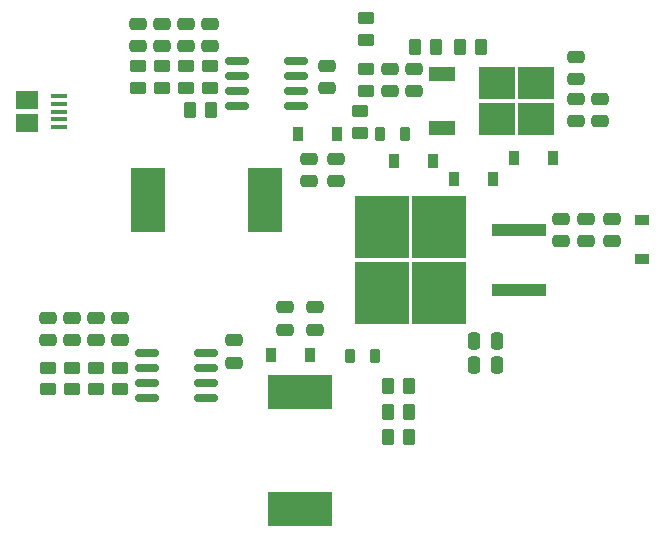
<source format=gbr>
%TF.GenerationSoftware,KiCad,Pcbnew,(6.0.2)*%
%TF.CreationDate,2022-12-20T22:03:32-08:00*%
%TF.ProjectId,split_supply_generator,73706c69-745f-4737-9570-706c795f6765,rev?*%
%TF.SameCoordinates,Original*%
%TF.FileFunction,Paste,Top*%
%TF.FilePolarity,Positive*%
%FSLAX46Y46*%
G04 Gerber Fmt 4.6, Leading zero omitted, Abs format (unit mm)*
G04 Created by KiCad (PCBNEW (6.0.2)) date 2022-12-20 22:03:32*
%MOMM*%
%LPD*%
G01*
G04 APERTURE LIST*
G04 Aperture macros list*
%AMRoundRect*
0 Rectangle with rounded corners*
0 $1 Rounding radius*
0 $2 $3 $4 $5 $6 $7 $8 $9 X,Y pos of 4 corners*
0 Add a 4 corners polygon primitive as box body*
4,1,4,$2,$3,$4,$5,$6,$7,$8,$9,$2,$3,0*
0 Add four circle primitives for the rounded corners*
1,1,$1+$1,$2,$3*
1,1,$1+$1,$4,$5*
1,1,$1+$1,$6,$7*
1,1,$1+$1,$8,$9*
0 Add four rect primitives between the rounded corners*
20,1,$1+$1,$2,$3,$4,$5,0*
20,1,$1+$1,$4,$5,$6,$7,0*
20,1,$1+$1,$6,$7,$8,$9,0*
20,1,$1+$1,$8,$9,$2,$3,0*%
G04 Aperture macros list end*
%ADD10RoundRect,0.250000X-0.475000X0.250000X-0.475000X-0.250000X0.475000X-0.250000X0.475000X0.250000X0*%
%ADD11RoundRect,0.250000X0.475000X-0.250000X0.475000X0.250000X-0.475000X0.250000X-0.475000X-0.250000X0*%
%ADD12R,0.900000X1.200000*%
%ADD13RoundRect,0.250000X-0.450000X0.262500X-0.450000X-0.262500X0.450000X-0.262500X0.450000X0.262500X0*%
%ADD14R,5.400000X2.900000*%
%ADD15RoundRect,0.218750X-0.218750X-0.381250X0.218750X-0.381250X0.218750X0.381250X-0.218750X0.381250X0*%
%ADD16RoundRect,0.250000X-0.262500X-0.450000X0.262500X-0.450000X0.262500X0.450000X-0.262500X0.450000X0*%
%ADD17RoundRect,0.150000X0.825000X0.150000X-0.825000X0.150000X-0.825000X-0.150000X0.825000X-0.150000X0*%
%ADD18RoundRect,0.250000X0.250000X0.475000X-0.250000X0.475000X-0.250000X-0.475000X0.250000X-0.475000X0*%
%ADD19RoundRect,0.250000X0.262500X0.450000X-0.262500X0.450000X-0.262500X-0.450000X0.262500X-0.450000X0*%
%ADD20R,1.200000X0.900000*%
%ADD21R,1.350000X0.400000*%
%ADD22R,1.900000X1.500000*%
%ADD23R,2.900000X5.400000*%
%ADD24RoundRect,0.250000X-0.250000X-0.475000X0.250000X-0.475000X0.250000X0.475000X-0.250000X0.475000X0*%
%ADD25R,3.050000X2.750000*%
%ADD26R,2.200000X1.200000*%
%ADD27R,4.550000X5.250000*%
%ADD28R,4.600000X1.100000*%
G04 APERTURE END LIST*
D10*
%TO.C,C22*%
X113538000Y-86043500D03*
X113538000Y-87943500D03*
%TD*%
D11*
%TO.C,C8*%
X122428000Y-67752000D03*
X122428000Y-65852000D03*
%TD*%
D12*
%TO.C,D2*%
X117982000Y-71374000D03*
X114682000Y-71374000D03*
%TD*%
D13*
%TO.C,R9*%
X120396000Y-67714500D03*
X120396000Y-65889500D03*
%TD*%
D12*
%TO.C,D3*%
X126110000Y-73660000D03*
X122810000Y-73660000D03*
%TD*%
%TO.C,D5*%
X112396000Y-90041500D03*
X115696000Y-90041500D03*
%TD*%
D10*
%TO.C,C2*%
X105156000Y-62042000D03*
X105156000Y-63942000D03*
%TD*%
%TO.C,C20*%
X95504000Y-86934000D03*
X95504000Y-88834000D03*
%TD*%
%TO.C,C18*%
X99568000Y-86934000D03*
X99568000Y-88834000D03*
%TD*%
D13*
%TO.C,R12*%
X97536000Y-91161000D03*
X97536000Y-92986000D03*
%TD*%
%TO.C,R2*%
X105156000Y-65635500D03*
X105156000Y-67460500D03*
%TD*%
D14*
%TO.C,L2*%
X114808000Y-93218000D03*
X114808000Y-103118000D03*
%TD*%
D11*
%TO.C,C9*%
X140208000Y-70292000D03*
X140208000Y-68392000D03*
%TD*%
D13*
%TO.C,R13*%
X95504000Y-91161000D03*
X95504000Y-92986000D03*
%TD*%
%TO.C,R6*%
X119888000Y-69445500D03*
X119888000Y-71270500D03*
%TD*%
D15*
%TO.C,FB2*%
X119079500Y-90170000D03*
X121204500Y-90170000D03*
%TD*%
D13*
%TO.C,R10*%
X120396000Y-61571500D03*
X120396000Y-63396500D03*
%TD*%
D16*
%TO.C,R7*%
X128373500Y-64008000D03*
X130198500Y-64008000D03*
%TD*%
D12*
%TO.C,D1*%
X132970000Y-73406000D03*
X136270000Y-73406000D03*
%TD*%
D15*
%TO.C,FB1*%
X121619500Y-71374000D03*
X123744500Y-71374000D03*
%TD*%
D10*
%TO.C,C7*%
X124460000Y-65852000D03*
X124460000Y-67752000D03*
%TD*%
D17*
%TO.C,U3*%
X106869000Y-93724500D03*
X106869000Y-92454500D03*
X106869000Y-91184500D03*
X106869000Y-89914500D03*
X101919000Y-89914500D03*
X101919000Y-91184500D03*
X101919000Y-92454500D03*
X101919000Y-93724500D03*
%TD*%
D13*
%TO.C,R1*%
X107188000Y-65635500D03*
X107188000Y-67460500D03*
%TD*%
D18*
%TO.C,C14*%
X131506000Y-90932000D03*
X129606000Y-90932000D03*
%TD*%
D17*
%TO.C,U1*%
X114489000Y-68961000D03*
X114489000Y-67691000D03*
X114489000Y-66421000D03*
X114489000Y-65151000D03*
X109539000Y-65151000D03*
X109539000Y-66421000D03*
X109539000Y-67691000D03*
X109539000Y-68961000D03*
%TD*%
D11*
%TO.C,C5*%
X117856000Y-75372000D03*
X117856000Y-73472000D03*
%TD*%
D13*
%TO.C,R11*%
X99568000Y-91161000D03*
X99568000Y-92986000D03*
%TD*%
D19*
%TO.C,R5*%
X107338500Y-69342000D03*
X105513500Y-69342000D03*
%TD*%
D10*
%TO.C,C10*%
X138176000Y-64836000D03*
X138176000Y-66736000D03*
%TD*%
D12*
%TO.C,D6*%
X131190000Y-75184000D03*
X127890000Y-75184000D03*
%TD*%
D16*
%TO.C,R8*%
X124563500Y-64008000D03*
X126388500Y-64008000D03*
%TD*%
%TO.C,R15*%
X122277500Y-92710000D03*
X124102500Y-92710000D03*
%TD*%
D19*
%TO.C,R17*%
X124102500Y-97028000D03*
X122277500Y-97028000D03*
%TD*%
D10*
%TO.C,C1*%
X107188000Y-62042000D03*
X107188000Y-63942000D03*
%TD*%
D20*
%TO.C,D4*%
X143764000Y-81914000D03*
X143764000Y-78614000D03*
%TD*%
D10*
%TO.C,C23*%
X116078000Y-86043500D03*
X116078000Y-87943500D03*
%TD*%
D21*
%TO.C,J3*%
X94426500Y-68169000D03*
X94426500Y-68819000D03*
X94426500Y-69469000D03*
X94426500Y-70119000D03*
X94426500Y-70769000D03*
D22*
X91726500Y-68469000D03*
X91726500Y-70469000D03*
%TD*%
D13*
%TO.C,R3*%
X103124000Y-65635500D03*
X103124000Y-67460500D03*
%TD*%
D10*
%TO.C,C21*%
X93472000Y-86934000D03*
X93472000Y-88834000D03*
%TD*%
%TO.C,C24*%
X109220000Y-88837500D03*
X109220000Y-90737500D03*
%TD*%
D23*
%TO.C,L1*%
X101982500Y-76962000D03*
X111882500Y-76962000D03*
%TD*%
D13*
%TO.C,R4*%
X101092000Y-65635500D03*
X101092000Y-67460500D03*
%TD*%
D10*
%TO.C,C12*%
X117094000Y-65598000D03*
X117094000Y-67498000D03*
%TD*%
%TO.C,C3*%
X103124000Y-62042000D03*
X103124000Y-63942000D03*
%TD*%
D11*
%TO.C,C15*%
X136906000Y-80452000D03*
X136906000Y-78552000D03*
%TD*%
D19*
%TO.C,R16*%
X124102500Y-94869000D03*
X122277500Y-94869000D03*
%TD*%
D11*
%TO.C,C17*%
X141224000Y-80452000D03*
X141224000Y-78552000D03*
%TD*%
%TO.C,C6*%
X115570000Y-75372000D03*
X115570000Y-73472000D03*
%TD*%
D24*
%TO.C,C13*%
X129606000Y-88900000D03*
X131506000Y-88900000D03*
%TD*%
D10*
%TO.C,C19*%
X97536000Y-86934000D03*
X97536000Y-88834000D03*
%TD*%
%TO.C,C4*%
X101092000Y-62042000D03*
X101092000Y-63942000D03*
%TD*%
D25*
%TO.C,U2*%
X131489000Y-70105000D03*
X134839000Y-67055000D03*
X134839000Y-70105000D03*
X131489000Y-67055000D03*
D26*
X126864000Y-66300000D03*
X126864000Y-70860000D03*
%TD*%
D11*
%TO.C,C11*%
X138176000Y-70292000D03*
X138176000Y-68392000D03*
%TD*%
D27*
%TO.C,U4*%
X126631000Y-84817000D03*
X126631000Y-79267000D03*
X121781000Y-84817000D03*
X121781000Y-79267000D03*
D28*
X133356000Y-84582000D03*
X133356000Y-79502000D03*
%TD*%
D11*
%TO.C,C16*%
X139065000Y-80452000D03*
X139065000Y-78552000D03*
%TD*%
D13*
%TO.C,R14*%
X93472000Y-91161000D03*
X93472000Y-92986000D03*
%TD*%
M02*

</source>
